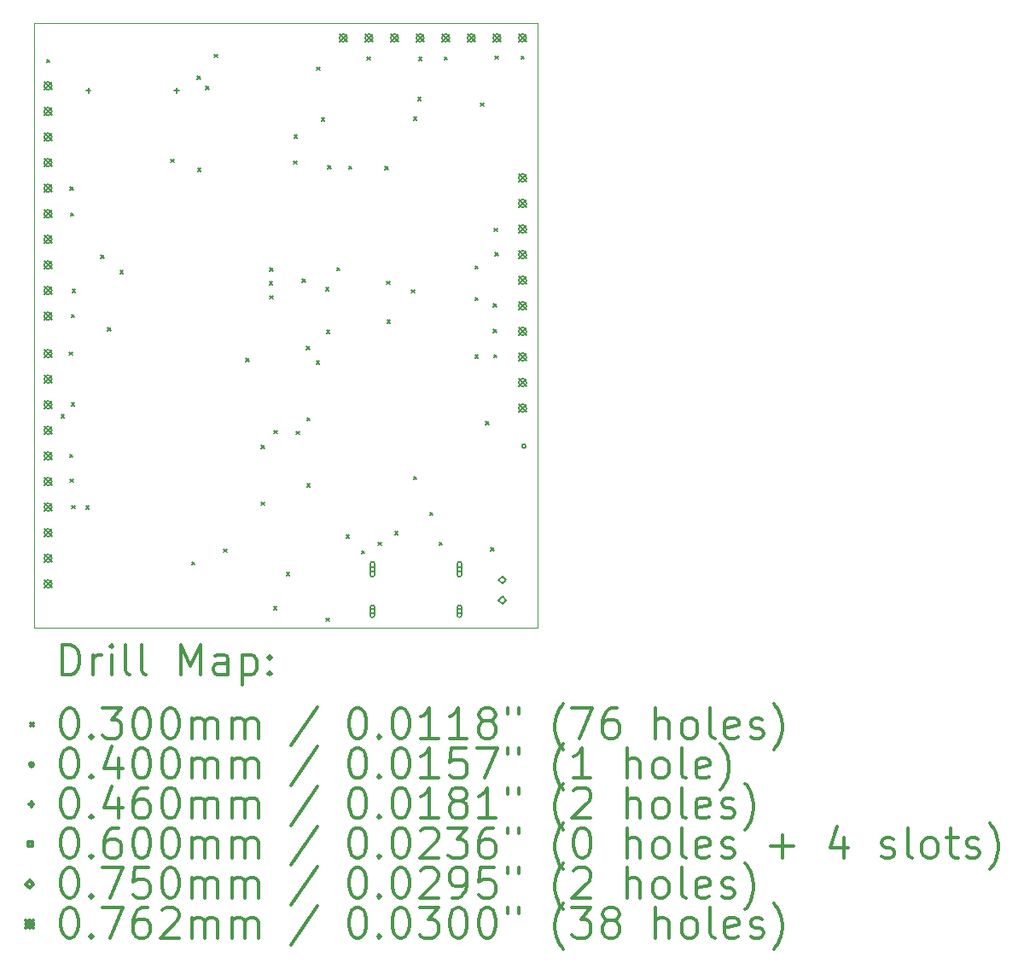
<source format=gbr>
%FSLAX45Y45*%
G04 Gerber Fmt 4.5, Leading zero omitted, Abs format (unit mm)*
G04 Created by KiCad (PCBNEW (5.1.10)-1) date 2021-10-24 18:32:05*
%MOMM*%
%LPD*%
G01*
G04 APERTURE LIST*
%TA.AperFunction,Profile*%
%ADD10C,0.038100*%
%TD*%
%ADD11C,0.200000*%
%ADD12C,0.300000*%
G04 APERTURE END LIST*
D10*
X11663400Y-13305760D02*
X11663400Y-7305760D01*
X16663400Y-13305760D02*
X11663400Y-13305760D01*
X16663400Y-7305760D02*
X16663400Y-13305760D01*
X11663400Y-7305760D02*
X16663400Y-7305760D01*
D11*
X11790920Y-7663420D02*
X11820920Y-7693420D01*
X11820920Y-7663420D02*
X11790920Y-7693420D01*
X11934000Y-11192000D02*
X11964000Y-11222000D01*
X11964000Y-11192000D02*
X11934000Y-11222000D01*
X12014440Y-10569180D02*
X12044440Y-10599180D01*
X12044440Y-10569180D02*
X12014440Y-10599180D01*
X12022060Y-11582640D02*
X12052060Y-11612640D01*
X12052060Y-11582640D02*
X12022060Y-11612640D01*
X12024600Y-8928340D02*
X12054600Y-8958340D01*
X12054600Y-8928340D02*
X12024600Y-8958340D01*
X12024600Y-11831560D02*
X12054600Y-11861560D01*
X12054600Y-11831560D02*
X12024600Y-11861560D01*
X12029680Y-9187420D02*
X12059680Y-9217420D01*
X12059680Y-9187420D02*
X12029680Y-9217420D01*
X12037300Y-10195800D02*
X12067300Y-10225800D01*
X12067300Y-10195800D02*
X12037300Y-10225800D01*
X12037300Y-11072100D02*
X12067300Y-11102100D01*
X12067300Y-11072100D02*
X12037300Y-11102100D01*
X12039840Y-12093180D02*
X12069840Y-12123180D01*
X12069840Y-12093180D02*
X12039840Y-12123180D01*
X12044920Y-9946880D02*
X12074920Y-9976880D01*
X12074920Y-9946880D02*
X12044920Y-9976880D01*
X12182080Y-12095720D02*
X12212080Y-12125720D01*
X12212080Y-12095720D02*
X12182080Y-12125720D01*
X12329400Y-9609060D02*
X12359400Y-9639060D01*
X12359400Y-9609060D02*
X12329400Y-9639060D01*
X12397980Y-10327880D02*
X12427980Y-10357880D01*
X12427980Y-10327880D02*
X12397980Y-10357880D01*
X12519900Y-9761460D02*
X12549900Y-9791460D01*
X12549900Y-9761460D02*
X12519900Y-9791460D01*
X13023000Y-8656000D02*
X13053000Y-8686000D01*
X13053000Y-8656000D02*
X13023000Y-8686000D01*
X13231100Y-12651980D02*
X13261100Y-12681980D01*
X13261100Y-12651980D02*
X13231100Y-12681980D01*
X13284440Y-7828520D02*
X13314440Y-7858520D01*
X13314440Y-7828520D02*
X13284440Y-7858520D01*
X13291000Y-8746000D02*
X13321000Y-8776000D01*
X13321000Y-8746000D02*
X13291000Y-8776000D01*
X13370800Y-7930120D02*
X13400800Y-7960120D01*
X13400800Y-7930120D02*
X13370800Y-7960120D01*
X13454620Y-7612620D02*
X13484620Y-7642620D01*
X13484620Y-7612620D02*
X13454620Y-7642620D01*
X13548600Y-12524980D02*
X13578600Y-12554980D01*
X13578600Y-12524980D02*
X13548600Y-12554980D01*
X13767040Y-10632680D02*
X13797040Y-10662680D01*
X13797040Y-10632680D02*
X13767040Y-10662680D01*
X13919000Y-11497000D02*
X13949000Y-11527000D01*
X13949000Y-11497000D02*
X13919000Y-11527000D01*
X13919440Y-12057620D02*
X13949440Y-12087620D01*
X13949440Y-12057620D02*
X13919440Y-12087620D01*
X14001000Y-9872000D02*
X14031000Y-9902000D01*
X14031000Y-9872000D02*
X14001000Y-9902000D01*
X14005000Y-9733000D02*
X14035000Y-9763000D01*
X14035000Y-9733000D02*
X14005000Y-9763000D01*
X14005000Y-10010000D02*
X14035000Y-10040000D01*
X14035000Y-10010000D02*
X14005000Y-10040000D01*
X14043900Y-13093940D02*
X14073900Y-13123940D01*
X14073900Y-13093940D02*
X14043900Y-13123940D01*
X14048980Y-11346420D02*
X14078980Y-11376420D01*
X14078980Y-11346420D02*
X14048980Y-11376420D01*
X14170900Y-12758660D02*
X14200900Y-12788660D01*
X14200900Y-12758660D02*
X14170900Y-12788660D01*
X14241000Y-8673000D02*
X14271000Y-8703000D01*
X14271000Y-8673000D02*
X14241000Y-8703000D01*
X14247000Y-8414000D02*
X14277000Y-8444000D01*
X14277000Y-8414000D02*
X14247000Y-8444000D01*
X14269960Y-11354040D02*
X14299960Y-11384040D01*
X14299960Y-11354040D02*
X14269960Y-11384040D01*
X14328380Y-9842740D02*
X14358380Y-9872740D01*
X14358380Y-9842740D02*
X14328380Y-9872740D01*
X14371560Y-10513300D02*
X14401560Y-10543300D01*
X14401560Y-10513300D02*
X14371560Y-10543300D01*
X14373000Y-11221000D02*
X14403000Y-11251000D01*
X14403000Y-11221000D02*
X14373000Y-11251000D01*
X14374000Y-11878000D02*
X14404000Y-11908000D01*
X14404000Y-11878000D02*
X14374000Y-11908000D01*
X14468080Y-10658080D02*
X14498080Y-10688080D01*
X14498080Y-10658080D02*
X14468080Y-10688080D01*
X14470620Y-7742160D02*
X14500620Y-7772160D01*
X14500620Y-7742160D02*
X14470620Y-7772160D01*
X14516340Y-8242540D02*
X14546340Y-8272540D01*
X14546340Y-8242540D02*
X14516340Y-8272540D01*
X14562060Y-9929100D02*
X14592060Y-9959100D01*
X14592060Y-9929100D02*
X14562060Y-9959100D01*
X14564600Y-13210780D02*
X14594600Y-13240780D01*
X14594600Y-13210780D02*
X14564600Y-13240780D01*
X14569680Y-10353280D02*
X14599680Y-10383280D01*
X14599680Y-10353280D02*
X14569680Y-10383280D01*
X14579840Y-8717520D02*
X14609840Y-8747520D01*
X14609840Y-8717520D02*
X14579840Y-8747520D01*
X14668740Y-9728440D02*
X14698740Y-9758440D01*
X14698740Y-9728440D02*
X14668740Y-9758440D01*
X14762720Y-12385280D02*
X14792720Y-12415280D01*
X14792720Y-12385280D02*
X14762720Y-12415280D01*
X14788120Y-8722600D02*
X14818120Y-8752600D01*
X14818120Y-8722600D02*
X14788120Y-8752600D01*
X14916000Y-12540000D02*
X14946000Y-12570000D01*
X14946000Y-12540000D02*
X14916000Y-12570000D01*
X14971000Y-7638020D02*
X15001000Y-7668020D01*
X15001000Y-7638020D02*
X14971000Y-7668020D01*
X15079000Y-12456000D02*
X15109000Y-12486000D01*
X15109000Y-12456000D02*
X15079000Y-12486000D01*
X15148800Y-8725140D02*
X15178800Y-8755140D01*
X15178800Y-8725140D02*
X15148800Y-8755140D01*
X15166580Y-9865600D02*
X15196580Y-9895600D01*
X15196580Y-9865600D02*
X15166580Y-9895600D01*
X15169120Y-10251680D02*
X15199120Y-10281680D01*
X15199120Y-10251680D02*
X15169120Y-10281680D01*
X15245320Y-12352260D02*
X15275320Y-12382260D01*
X15275320Y-12352260D02*
X15245320Y-12382260D01*
X15410420Y-9951960D02*
X15440420Y-9981960D01*
X15440420Y-9951960D02*
X15410420Y-9981960D01*
X15430740Y-8237460D02*
X15460740Y-8267460D01*
X15460740Y-8237460D02*
X15430740Y-8267460D01*
X15430740Y-11803620D02*
X15460740Y-11833620D01*
X15460740Y-11803620D02*
X15430740Y-11833620D01*
X15476460Y-8041880D02*
X15506460Y-8071880D01*
X15506460Y-8041880D02*
X15476460Y-8071880D01*
X15481540Y-7643100D02*
X15511540Y-7673100D01*
X15511540Y-7643100D02*
X15481540Y-7673100D01*
X15593300Y-12161760D02*
X15623300Y-12191760D01*
X15623300Y-12161760D02*
X15593300Y-12191760D01*
X15684740Y-12456400D02*
X15714740Y-12486400D01*
X15714740Y-12456400D02*
X15684740Y-12486400D01*
X15738080Y-7640560D02*
X15768080Y-7670560D01*
X15768080Y-7640560D02*
X15738080Y-7670560D01*
X16042880Y-9713200D02*
X16072880Y-9743200D01*
X16072880Y-9713200D02*
X16042880Y-9743200D01*
X16042880Y-10028160D02*
X16072880Y-10058160D01*
X16072880Y-10028160D02*
X16042880Y-10058160D01*
X16042880Y-10599660D02*
X16072880Y-10629660D01*
X16072880Y-10599660D02*
X16042880Y-10629660D01*
X16096220Y-8095220D02*
X16126220Y-8125220D01*
X16126220Y-8095220D02*
X16096220Y-8125220D01*
X16149560Y-11260060D02*
X16179560Y-11290060D01*
X16179560Y-11260060D02*
X16149560Y-11290060D01*
X16200360Y-12512280D02*
X16230360Y-12542280D01*
X16230360Y-12512280D02*
X16200360Y-12542280D01*
X16223220Y-10091660D02*
X16253220Y-10121660D01*
X16253220Y-10091660D02*
X16223220Y-10121660D01*
X16225760Y-10345660D02*
X16255760Y-10375660D01*
X16255760Y-10345660D02*
X16225760Y-10375660D01*
X16228300Y-10594580D02*
X16258300Y-10624580D01*
X16258300Y-10594580D02*
X16228300Y-10624580D01*
X16233380Y-9339820D02*
X16263380Y-9369820D01*
X16263380Y-9339820D02*
X16233380Y-9369820D01*
X16241000Y-7630400D02*
X16271000Y-7660400D01*
X16271000Y-7630400D02*
X16241000Y-7660400D01*
X16241000Y-9581120D02*
X16271000Y-9611120D01*
X16271000Y-9581120D02*
X16241000Y-9611120D01*
X16497540Y-7630400D02*
X16527540Y-7660400D01*
X16527540Y-7630400D02*
X16497540Y-7660400D01*
X16545240Y-11503660D02*
G75*
G03*
X16545240Y-11503660I-20000J0D01*
G01*
X12206120Y-7949340D02*
X12206120Y-7995340D01*
X12183120Y-7972340D02*
X12229120Y-7972340D01*
X13082120Y-7949340D02*
X13082120Y-7995340D01*
X13059120Y-7972340D02*
X13105120Y-7972340D01*
X15044213Y-12745713D02*
X15044213Y-12703287D01*
X15001787Y-12703287D01*
X15001787Y-12745713D01*
X15044213Y-12745713D01*
X15003000Y-12669500D02*
X15003000Y-12779500D01*
X15043000Y-12669500D02*
X15043000Y-12779500D01*
X15003000Y-12779500D02*
G75*
G03*
X15043000Y-12779500I20000J0D01*
G01*
X15043000Y-12669500D02*
G75*
G03*
X15003000Y-12669500I-20000J0D01*
G01*
X15044213Y-13163713D02*
X15044213Y-13121287D01*
X15001787Y-13121287D01*
X15001787Y-13163713D01*
X15044213Y-13163713D01*
X15003000Y-13102500D02*
X15003000Y-13182500D01*
X15043000Y-13102500D02*
X15043000Y-13182500D01*
X15003000Y-13182500D02*
G75*
G03*
X15043000Y-13182500I20000J0D01*
G01*
X15043000Y-13102500D02*
G75*
G03*
X15003000Y-13102500I-20000J0D01*
G01*
X15908213Y-12745713D02*
X15908213Y-12703287D01*
X15865787Y-12703287D01*
X15865787Y-12745713D01*
X15908213Y-12745713D01*
X15867000Y-12669500D02*
X15867000Y-12779500D01*
X15907000Y-12669500D02*
X15907000Y-12779500D01*
X15867000Y-12779500D02*
G75*
G03*
X15907000Y-12779500I20000J0D01*
G01*
X15907000Y-12669500D02*
G75*
G03*
X15867000Y-12669500I-20000J0D01*
G01*
X15908213Y-13163713D02*
X15908213Y-13121287D01*
X15865787Y-13121287D01*
X15865787Y-13163713D01*
X15908213Y-13163713D01*
X15867000Y-13102500D02*
X15867000Y-13182500D01*
X15907000Y-13102500D02*
X15907000Y-13182500D01*
X15867000Y-13182500D02*
G75*
G03*
X15907000Y-13182500I20000J0D01*
G01*
X15907000Y-13102500D02*
G75*
G03*
X15867000Y-13102500I-20000J0D01*
G01*
X16313400Y-12868260D02*
X16350900Y-12830760D01*
X16313400Y-12793260D01*
X16275900Y-12830760D01*
X16313400Y-12868260D01*
X16313400Y-13068260D02*
X16350900Y-13030760D01*
X16313400Y-12993260D01*
X16275900Y-13030760D01*
X16313400Y-13068260D01*
X11765280Y-7888700D02*
X11841480Y-7964900D01*
X11841480Y-7888700D02*
X11765280Y-7964900D01*
X11841480Y-7926800D02*
G75*
G03*
X11841480Y-7926800I-38100J0D01*
G01*
X11765280Y-8142700D02*
X11841480Y-8218900D01*
X11841480Y-8142700D02*
X11765280Y-8218900D01*
X11841480Y-8180800D02*
G75*
G03*
X11841480Y-8180800I-38100J0D01*
G01*
X11765280Y-8396700D02*
X11841480Y-8472900D01*
X11841480Y-8396700D02*
X11765280Y-8472900D01*
X11841480Y-8434800D02*
G75*
G03*
X11841480Y-8434800I-38100J0D01*
G01*
X11765280Y-8650700D02*
X11841480Y-8726900D01*
X11841480Y-8650700D02*
X11765280Y-8726900D01*
X11841480Y-8688800D02*
G75*
G03*
X11841480Y-8688800I-38100J0D01*
G01*
X11765280Y-8904700D02*
X11841480Y-8980900D01*
X11841480Y-8904700D02*
X11765280Y-8980900D01*
X11841480Y-8942800D02*
G75*
G03*
X11841480Y-8942800I-38100J0D01*
G01*
X11765280Y-9158700D02*
X11841480Y-9234900D01*
X11841480Y-9158700D02*
X11765280Y-9234900D01*
X11841480Y-9196800D02*
G75*
G03*
X11841480Y-9196800I-38100J0D01*
G01*
X11765280Y-9412700D02*
X11841480Y-9488900D01*
X11841480Y-9412700D02*
X11765280Y-9488900D01*
X11841480Y-9450800D02*
G75*
G03*
X11841480Y-9450800I-38100J0D01*
G01*
X11765280Y-9666700D02*
X11841480Y-9742900D01*
X11841480Y-9666700D02*
X11765280Y-9742900D01*
X11841480Y-9704800D02*
G75*
G03*
X11841480Y-9704800I-38100J0D01*
G01*
X11765280Y-9920700D02*
X11841480Y-9996900D01*
X11841480Y-9920700D02*
X11765280Y-9996900D01*
X11841480Y-9958800D02*
G75*
G03*
X11841480Y-9958800I-38100J0D01*
G01*
X11765280Y-10174700D02*
X11841480Y-10250900D01*
X11841480Y-10174700D02*
X11765280Y-10250900D01*
X11841480Y-10212800D02*
G75*
G03*
X11841480Y-10212800I-38100J0D01*
G01*
X11766220Y-10545540D02*
X11842420Y-10621740D01*
X11842420Y-10545540D02*
X11766220Y-10621740D01*
X11842420Y-10583640D02*
G75*
G03*
X11842420Y-10583640I-38100J0D01*
G01*
X11766220Y-10799540D02*
X11842420Y-10875740D01*
X11842420Y-10799540D02*
X11766220Y-10875740D01*
X11842420Y-10837640D02*
G75*
G03*
X11842420Y-10837640I-38100J0D01*
G01*
X11766220Y-11053540D02*
X11842420Y-11129740D01*
X11842420Y-11053540D02*
X11766220Y-11129740D01*
X11842420Y-11091640D02*
G75*
G03*
X11842420Y-11091640I-38100J0D01*
G01*
X11766220Y-11307540D02*
X11842420Y-11383740D01*
X11842420Y-11307540D02*
X11766220Y-11383740D01*
X11842420Y-11345640D02*
G75*
G03*
X11842420Y-11345640I-38100J0D01*
G01*
X11766220Y-11561540D02*
X11842420Y-11637740D01*
X11842420Y-11561540D02*
X11766220Y-11637740D01*
X11842420Y-11599640D02*
G75*
G03*
X11842420Y-11599640I-38100J0D01*
G01*
X11766220Y-11815540D02*
X11842420Y-11891740D01*
X11842420Y-11815540D02*
X11766220Y-11891740D01*
X11842420Y-11853640D02*
G75*
G03*
X11842420Y-11853640I-38100J0D01*
G01*
X11766220Y-12069540D02*
X11842420Y-12145740D01*
X11842420Y-12069540D02*
X11766220Y-12145740D01*
X11842420Y-12107640D02*
G75*
G03*
X11842420Y-12107640I-38100J0D01*
G01*
X11766220Y-12323540D02*
X11842420Y-12399740D01*
X11842420Y-12323540D02*
X11766220Y-12399740D01*
X11842420Y-12361640D02*
G75*
G03*
X11842420Y-12361640I-38100J0D01*
G01*
X11766220Y-12577540D02*
X11842420Y-12653740D01*
X11842420Y-12577540D02*
X11766220Y-12653740D01*
X11842420Y-12615640D02*
G75*
G03*
X11842420Y-12615640I-38100J0D01*
G01*
X11766220Y-12831540D02*
X11842420Y-12907740D01*
X11842420Y-12831540D02*
X11766220Y-12907740D01*
X11842420Y-12869640D02*
G75*
G03*
X11842420Y-12869640I-38100J0D01*
G01*
X14695900Y-7411720D02*
X14772100Y-7487920D01*
X14772100Y-7411720D02*
X14695900Y-7487920D01*
X14772100Y-7449820D02*
G75*
G03*
X14772100Y-7449820I-38100J0D01*
G01*
X14949900Y-7411720D02*
X15026100Y-7487920D01*
X15026100Y-7411720D02*
X14949900Y-7487920D01*
X15026100Y-7449820D02*
G75*
G03*
X15026100Y-7449820I-38100J0D01*
G01*
X15203900Y-7411720D02*
X15280100Y-7487920D01*
X15280100Y-7411720D02*
X15203900Y-7487920D01*
X15280100Y-7449820D02*
G75*
G03*
X15280100Y-7449820I-38100J0D01*
G01*
X15457900Y-7411720D02*
X15534100Y-7487920D01*
X15534100Y-7411720D02*
X15457900Y-7487920D01*
X15534100Y-7449820D02*
G75*
G03*
X15534100Y-7449820I-38100J0D01*
G01*
X15711900Y-7411720D02*
X15788100Y-7487920D01*
X15788100Y-7411720D02*
X15711900Y-7487920D01*
X15788100Y-7449820D02*
G75*
G03*
X15788100Y-7449820I-38100J0D01*
G01*
X15965900Y-7411720D02*
X16042100Y-7487920D01*
X16042100Y-7411720D02*
X15965900Y-7487920D01*
X16042100Y-7449820D02*
G75*
G03*
X16042100Y-7449820I-38100J0D01*
G01*
X16219900Y-7411720D02*
X16296100Y-7487920D01*
X16296100Y-7411720D02*
X16219900Y-7487920D01*
X16296100Y-7449820D02*
G75*
G03*
X16296100Y-7449820I-38100J0D01*
G01*
X16473900Y-7411720D02*
X16550100Y-7487920D01*
X16550100Y-7411720D02*
X16473900Y-7487920D01*
X16550100Y-7449820D02*
G75*
G03*
X16550100Y-7449820I-38100J0D01*
G01*
X16475300Y-8801660D02*
X16551500Y-8877860D01*
X16551500Y-8801660D02*
X16475300Y-8877860D01*
X16551500Y-8839760D02*
G75*
G03*
X16551500Y-8839760I-38100J0D01*
G01*
X16475300Y-9055660D02*
X16551500Y-9131860D01*
X16551500Y-9055660D02*
X16475300Y-9131860D01*
X16551500Y-9093760D02*
G75*
G03*
X16551500Y-9093760I-38100J0D01*
G01*
X16475300Y-9309660D02*
X16551500Y-9385860D01*
X16551500Y-9309660D02*
X16475300Y-9385860D01*
X16551500Y-9347760D02*
G75*
G03*
X16551500Y-9347760I-38100J0D01*
G01*
X16475300Y-9563660D02*
X16551500Y-9639860D01*
X16551500Y-9563660D02*
X16475300Y-9639860D01*
X16551500Y-9601760D02*
G75*
G03*
X16551500Y-9601760I-38100J0D01*
G01*
X16475300Y-9817660D02*
X16551500Y-9893860D01*
X16551500Y-9817660D02*
X16475300Y-9893860D01*
X16551500Y-9855760D02*
G75*
G03*
X16551500Y-9855760I-38100J0D01*
G01*
X16475300Y-10071660D02*
X16551500Y-10147860D01*
X16551500Y-10071660D02*
X16475300Y-10147860D01*
X16551500Y-10109760D02*
G75*
G03*
X16551500Y-10109760I-38100J0D01*
G01*
X16475300Y-10325660D02*
X16551500Y-10401860D01*
X16551500Y-10325660D02*
X16475300Y-10401860D01*
X16551500Y-10363760D02*
G75*
G03*
X16551500Y-10363760I-38100J0D01*
G01*
X16475300Y-10579660D02*
X16551500Y-10655860D01*
X16551500Y-10579660D02*
X16475300Y-10655860D01*
X16551500Y-10617760D02*
G75*
G03*
X16551500Y-10617760I-38100J0D01*
G01*
X16475300Y-10833660D02*
X16551500Y-10909860D01*
X16551500Y-10833660D02*
X16475300Y-10909860D01*
X16551500Y-10871760D02*
G75*
G03*
X16551500Y-10871760I-38100J0D01*
G01*
X16475300Y-11087660D02*
X16551500Y-11163860D01*
X16551500Y-11087660D02*
X16475300Y-11163860D01*
X16551500Y-11125760D02*
G75*
G03*
X16551500Y-11125760I-38100J0D01*
G01*
D12*
X11947923Y-13773379D02*
X11947923Y-13473379D01*
X12019352Y-13473379D01*
X12062209Y-13487665D01*
X12090781Y-13516236D01*
X12105066Y-13544808D01*
X12119352Y-13601951D01*
X12119352Y-13644808D01*
X12105066Y-13701951D01*
X12090781Y-13730522D01*
X12062209Y-13759094D01*
X12019352Y-13773379D01*
X11947923Y-13773379D01*
X12247923Y-13773379D02*
X12247923Y-13573379D01*
X12247923Y-13630522D02*
X12262209Y-13601951D01*
X12276495Y-13587665D01*
X12305066Y-13573379D01*
X12333638Y-13573379D01*
X12433638Y-13773379D02*
X12433638Y-13573379D01*
X12433638Y-13473379D02*
X12419352Y-13487665D01*
X12433638Y-13501951D01*
X12447923Y-13487665D01*
X12433638Y-13473379D01*
X12433638Y-13501951D01*
X12619352Y-13773379D02*
X12590781Y-13759094D01*
X12576495Y-13730522D01*
X12576495Y-13473379D01*
X12776495Y-13773379D02*
X12747923Y-13759094D01*
X12733638Y-13730522D01*
X12733638Y-13473379D01*
X13119352Y-13773379D02*
X13119352Y-13473379D01*
X13219352Y-13687665D01*
X13319352Y-13473379D01*
X13319352Y-13773379D01*
X13590781Y-13773379D02*
X13590781Y-13616236D01*
X13576495Y-13587665D01*
X13547923Y-13573379D01*
X13490781Y-13573379D01*
X13462209Y-13587665D01*
X13590781Y-13759094D02*
X13562209Y-13773379D01*
X13490781Y-13773379D01*
X13462209Y-13759094D01*
X13447923Y-13730522D01*
X13447923Y-13701951D01*
X13462209Y-13673379D01*
X13490781Y-13659094D01*
X13562209Y-13659094D01*
X13590781Y-13644808D01*
X13733638Y-13573379D02*
X13733638Y-13873379D01*
X13733638Y-13587665D02*
X13762209Y-13573379D01*
X13819352Y-13573379D01*
X13847923Y-13587665D01*
X13862209Y-13601951D01*
X13876495Y-13630522D01*
X13876495Y-13716236D01*
X13862209Y-13744808D01*
X13847923Y-13759094D01*
X13819352Y-13773379D01*
X13762209Y-13773379D01*
X13733638Y-13759094D01*
X14005066Y-13744808D02*
X14019352Y-13759094D01*
X14005066Y-13773379D01*
X13990781Y-13759094D01*
X14005066Y-13744808D01*
X14005066Y-13773379D01*
X14005066Y-13587665D02*
X14019352Y-13601951D01*
X14005066Y-13616236D01*
X13990781Y-13601951D01*
X14005066Y-13587665D01*
X14005066Y-13616236D01*
X11631495Y-14252665D02*
X11661495Y-14282665D01*
X11661495Y-14252665D02*
X11631495Y-14282665D01*
X12005066Y-14103379D02*
X12033638Y-14103379D01*
X12062209Y-14117665D01*
X12076495Y-14131951D01*
X12090781Y-14160522D01*
X12105066Y-14217665D01*
X12105066Y-14289094D01*
X12090781Y-14346236D01*
X12076495Y-14374808D01*
X12062209Y-14389094D01*
X12033638Y-14403379D01*
X12005066Y-14403379D01*
X11976495Y-14389094D01*
X11962209Y-14374808D01*
X11947923Y-14346236D01*
X11933638Y-14289094D01*
X11933638Y-14217665D01*
X11947923Y-14160522D01*
X11962209Y-14131951D01*
X11976495Y-14117665D01*
X12005066Y-14103379D01*
X12233638Y-14374808D02*
X12247923Y-14389094D01*
X12233638Y-14403379D01*
X12219352Y-14389094D01*
X12233638Y-14374808D01*
X12233638Y-14403379D01*
X12347923Y-14103379D02*
X12533638Y-14103379D01*
X12433638Y-14217665D01*
X12476495Y-14217665D01*
X12505066Y-14231951D01*
X12519352Y-14246236D01*
X12533638Y-14274808D01*
X12533638Y-14346236D01*
X12519352Y-14374808D01*
X12505066Y-14389094D01*
X12476495Y-14403379D01*
X12390781Y-14403379D01*
X12362209Y-14389094D01*
X12347923Y-14374808D01*
X12719352Y-14103379D02*
X12747923Y-14103379D01*
X12776495Y-14117665D01*
X12790781Y-14131951D01*
X12805066Y-14160522D01*
X12819352Y-14217665D01*
X12819352Y-14289094D01*
X12805066Y-14346236D01*
X12790781Y-14374808D01*
X12776495Y-14389094D01*
X12747923Y-14403379D01*
X12719352Y-14403379D01*
X12690781Y-14389094D01*
X12676495Y-14374808D01*
X12662209Y-14346236D01*
X12647923Y-14289094D01*
X12647923Y-14217665D01*
X12662209Y-14160522D01*
X12676495Y-14131951D01*
X12690781Y-14117665D01*
X12719352Y-14103379D01*
X13005066Y-14103379D02*
X13033638Y-14103379D01*
X13062209Y-14117665D01*
X13076495Y-14131951D01*
X13090781Y-14160522D01*
X13105066Y-14217665D01*
X13105066Y-14289094D01*
X13090781Y-14346236D01*
X13076495Y-14374808D01*
X13062209Y-14389094D01*
X13033638Y-14403379D01*
X13005066Y-14403379D01*
X12976495Y-14389094D01*
X12962209Y-14374808D01*
X12947923Y-14346236D01*
X12933638Y-14289094D01*
X12933638Y-14217665D01*
X12947923Y-14160522D01*
X12962209Y-14131951D01*
X12976495Y-14117665D01*
X13005066Y-14103379D01*
X13233638Y-14403379D02*
X13233638Y-14203379D01*
X13233638Y-14231951D02*
X13247923Y-14217665D01*
X13276495Y-14203379D01*
X13319352Y-14203379D01*
X13347923Y-14217665D01*
X13362209Y-14246236D01*
X13362209Y-14403379D01*
X13362209Y-14246236D02*
X13376495Y-14217665D01*
X13405066Y-14203379D01*
X13447923Y-14203379D01*
X13476495Y-14217665D01*
X13490781Y-14246236D01*
X13490781Y-14403379D01*
X13633638Y-14403379D02*
X13633638Y-14203379D01*
X13633638Y-14231951D02*
X13647923Y-14217665D01*
X13676495Y-14203379D01*
X13719352Y-14203379D01*
X13747923Y-14217665D01*
X13762209Y-14246236D01*
X13762209Y-14403379D01*
X13762209Y-14246236D02*
X13776495Y-14217665D01*
X13805066Y-14203379D01*
X13847923Y-14203379D01*
X13876495Y-14217665D01*
X13890781Y-14246236D01*
X13890781Y-14403379D01*
X14476495Y-14089094D02*
X14219352Y-14474808D01*
X14862209Y-14103379D02*
X14890781Y-14103379D01*
X14919352Y-14117665D01*
X14933638Y-14131951D01*
X14947923Y-14160522D01*
X14962209Y-14217665D01*
X14962209Y-14289094D01*
X14947923Y-14346236D01*
X14933638Y-14374808D01*
X14919352Y-14389094D01*
X14890781Y-14403379D01*
X14862209Y-14403379D01*
X14833638Y-14389094D01*
X14819352Y-14374808D01*
X14805066Y-14346236D01*
X14790781Y-14289094D01*
X14790781Y-14217665D01*
X14805066Y-14160522D01*
X14819352Y-14131951D01*
X14833638Y-14117665D01*
X14862209Y-14103379D01*
X15090781Y-14374808D02*
X15105066Y-14389094D01*
X15090781Y-14403379D01*
X15076495Y-14389094D01*
X15090781Y-14374808D01*
X15090781Y-14403379D01*
X15290781Y-14103379D02*
X15319352Y-14103379D01*
X15347923Y-14117665D01*
X15362209Y-14131951D01*
X15376495Y-14160522D01*
X15390781Y-14217665D01*
X15390781Y-14289094D01*
X15376495Y-14346236D01*
X15362209Y-14374808D01*
X15347923Y-14389094D01*
X15319352Y-14403379D01*
X15290781Y-14403379D01*
X15262209Y-14389094D01*
X15247923Y-14374808D01*
X15233638Y-14346236D01*
X15219352Y-14289094D01*
X15219352Y-14217665D01*
X15233638Y-14160522D01*
X15247923Y-14131951D01*
X15262209Y-14117665D01*
X15290781Y-14103379D01*
X15676495Y-14403379D02*
X15505066Y-14403379D01*
X15590781Y-14403379D02*
X15590781Y-14103379D01*
X15562209Y-14146236D01*
X15533638Y-14174808D01*
X15505066Y-14189094D01*
X15962209Y-14403379D02*
X15790781Y-14403379D01*
X15876495Y-14403379D02*
X15876495Y-14103379D01*
X15847923Y-14146236D01*
X15819352Y-14174808D01*
X15790781Y-14189094D01*
X16133638Y-14231951D02*
X16105066Y-14217665D01*
X16090781Y-14203379D01*
X16076495Y-14174808D01*
X16076495Y-14160522D01*
X16090781Y-14131951D01*
X16105066Y-14117665D01*
X16133638Y-14103379D01*
X16190781Y-14103379D01*
X16219352Y-14117665D01*
X16233638Y-14131951D01*
X16247923Y-14160522D01*
X16247923Y-14174808D01*
X16233638Y-14203379D01*
X16219352Y-14217665D01*
X16190781Y-14231951D01*
X16133638Y-14231951D01*
X16105066Y-14246236D01*
X16090781Y-14260522D01*
X16076495Y-14289094D01*
X16076495Y-14346236D01*
X16090781Y-14374808D01*
X16105066Y-14389094D01*
X16133638Y-14403379D01*
X16190781Y-14403379D01*
X16219352Y-14389094D01*
X16233638Y-14374808D01*
X16247923Y-14346236D01*
X16247923Y-14289094D01*
X16233638Y-14260522D01*
X16219352Y-14246236D01*
X16190781Y-14231951D01*
X16362209Y-14103379D02*
X16362209Y-14160522D01*
X16476495Y-14103379D02*
X16476495Y-14160522D01*
X16919352Y-14517665D02*
X16905066Y-14503379D01*
X16876495Y-14460522D01*
X16862209Y-14431951D01*
X16847923Y-14389094D01*
X16833638Y-14317665D01*
X16833638Y-14260522D01*
X16847923Y-14189094D01*
X16862209Y-14146236D01*
X16876495Y-14117665D01*
X16905066Y-14074808D01*
X16919352Y-14060522D01*
X17005066Y-14103379D02*
X17205066Y-14103379D01*
X17076495Y-14403379D01*
X17447923Y-14103379D02*
X17390781Y-14103379D01*
X17362209Y-14117665D01*
X17347923Y-14131951D01*
X17319352Y-14174808D01*
X17305066Y-14231951D01*
X17305066Y-14346236D01*
X17319352Y-14374808D01*
X17333638Y-14389094D01*
X17362209Y-14403379D01*
X17419352Y-14403379D01*
X17447923Y-14389094D01*
X17462209Y-14374808D01*
X17476495Y-14346236D01*
X17476495Y-14274808D01*
X17462209Y-14246236D01*
X17447923Y-14231951D01*
X17419352Y-14217665D01*
X17362209Y-14217665D01*
X17333638Y-14231951D01*
X17319352Y-14246236D01*
X17305066Y-14274808D01*
X17833638Y-14403379D02*
X17833638Y-14103379D01*
X17962209Y-14403379D02*
X17962209Y-14246236D01*
X17947923Y-14217665D01*
X17919352Y-14203379D01*
X17876495Y-14203379D01*
X17847923Y-14217665D01*
X17833638Y-14231951D01*
X18147923Y-14403379D02*
X18119352Y-14389094D01*
X18105066Y-14374808D01*
X18090781Y-14346236D01*
X18090781Y-14260522D01*
X18105066Y-14231951D01*
X18119352Y-14217665D01*
X18147923Y-14203379D01*
X18190781Y-14203379D01*
X18219352Y-14217665D01*
X18233638Y-14231951D01*
X18247923Y-14260522D01*
X18247923Y-14346236D01*
X18233638Y-14374808D01*
X18219352Y-14389094D01*
X18190781Y-14403379D01*
X18147923Y-14403379D01*
X18419352Y-14403379D02*
X18390781Y-14389094D01*
X18376495Y-14360522D01*
X18376495Y-14103379D01*
X18647923Y-14389094D02*
X18619352Y-14403379D01*
X18562209Y-14403379D01*
X18533638Y-14389094D01*
X18519352Y-14360522D01*
X18519352Y-14246236D01*
X18533638Y-14217665D01*
X18562209Y-14203379D01*
X18619352Y-14203379D01*
X18647923Y-14217665D01*
X18662209Y-14246236D01*
X18662209Y-14274808D01*
X18519352Y-14303379D01*
X18776495Y-14389094D02*
X18805066Y-14403379D01*
X18862209Y-14403379D01*
X18890781Y-14389094D01*
X18905066Y-14360522D01*
X18905066Y-14346236D01*
X18890781Y-14317665D01*
X18862209Y-14303379D01*
X18819352Y-14303379D01*
X18790781Y-14289094D01*
X18776495Y-14260522D01*
X18776495Y-14246236D01*
X18790781Y-14217665D01*
X18819352Y-14203379D01*
X18862209Y-14203379D01*
X18890781Y-14217665D01*
X19005066Y-14517665D02*
X19019352Y-14503379D01*
X19047923Y-14460522D01*
X19062209Y-14431951D01*
X19076495Y-14389094D01*
X19090781Y-14317665D01*
X19090781Y-14260522D01*
X19076495Y-14189094D01*
X19062209Y-14146236D01*
X19047923Y-14117665D01*
X19019352Y-14074808D01*
X19005066Y-14060522D01*
X11661495Y-14663665D02*
G75*
G03*
X11661495Y-14663665I-20000J0D01*
G01*
X12005066Y-14499379D02*
X12033638Y-14499379D01*
X12062209Y-14513665D01*
X12076495Y-14527951D01*
X12090781Y-14556522D01*
X12105066Y-14613665D01*
X12105066Y-14685094D01*
X12090781Y-14742236D01*
X12076495Y-14770808D01*
X12062209Y-14785094D01*
X12033638Y-14799379D01*
X12005066Y-14799379D01*
X11976495Y-14785094D01*
X11962209Y-14770808D01*
X11947923Y-14742236D01*
X11933638Y-14685094D01*
X11933638Y-14613665D01*
X11947923Y-14556522D01*
X11962209Y-14527951D01*
X11976495Y-14513665D01*
X12005066Y-14499379D01*
X12233638Y-14770808D02*
X12247923Y-14785094D01*
X12233638Y-14799379D01*
X12219352Y-14785094D01*
X12233638Y-14770808D01*
X12233638Y-14799379D01*
X12505066Y-14599379D02*
X12505066Y-14799379D01*
X12433638Y-14485094D02*
X12362209Y-14699379D01*
X12547923Y-14699379D01*
X12719352Y-14499379D02*
X12747923Y-14499379D01*
X12776495Y-14513665D01*
X12790781Y-14527951D01*
X12805066Y-14556522D01*
X12819352Y-14613665D01*
X12819352Y-14685094D01*
X12805066Y-14742236D01*
X12790781Y-14770808D01*
X12776495Y-14785094D01*
X12747923Y-14799379D01*
X12719352Y-14799379D01*
X12690781Y-14785094D01*
X12676495Y-14770808D01*
X12662209Y-14742236D01*
X12647923Y-14685094D01*
X12647923Y-14613665D01*
X12662209Y-14556522D01*
X12676495Y-14527951D01*
X12690781Y-14513665D01*
X12719352Y-14499379D01*
X13005066Y-14499379D02*
X13033638Y-14499379D01*
X13062209Y-14513665D01*
X13076495Y-14527951D01*
X13090781Y-14556522D01*
X13105066Y-14613665D01*
X13105066Y-14685094D01*
X13090781Y-14742236D01*
X13076495Y-14770808D01*
X13062209Y-14785094D01*
X13033638Y-14799379D01*
X13005066Y-14799379D01*
X12976495Y-14785094D01*
X12962209Y-14770808D01*
X12947923Y-14742236D01*
X12933638Y-14685094D01*
X12933638Y-14613665D01*
X12947923Y-14556522D01*
X12962209Y-14527951D01*
X12976495Y-14513665D01*
X13005066Y-14499379D01*
X13233638Y-14799379D02*
X13233638Y-14599379D01*
X13233638Y-14627951D02*
X13247923Y-14613665D01*
X13276495Y-14599379D01*
X13319352Y-14599379D01*
X13347923Y-14613665D01*
X13362209Y-14642236D01*
X13362209Y-14799379D01*
X13362209Y-14642236D02*
X13376495Y-14613665D01*
X13405066Y-14599379D01*
X13447923Y-14599379D01*
X13476495Y-14613665D01*
X13490781Y-14642236D01*
X13490781Y-14799379D01*
X13633638Y-14799379D02*
X13633638Y-14599379D01*
X13633638Y-14627951D02*
X13647923Y-14613665D01*
X13676495Y-14599379D01*
X13719352Y-14599379D01*
X13747923Y-14613665D01*
X13762209Y-14642236D01*
X13762209Y-14799379D01*
X13762209Y-14642236D02*
X13776495Y-14613665D01*
X13805066Y-14599379D01*
X13847923Y-14599379D01*
X13876495Y-14613665D01*
X13890781Y-14642236D01*
X13890781Y-14799379D01*
X14476495Y-14485094D02*
X14219352Y-14870808D01*
X14862209Y-14499379D02*
X14890781Y-14499379D01*
X14919352Y-14513665D01*
X14933638Y-14527951D01*
X14947923Y-14556522D01*
X14962209Y-14613665D01*
X14962209Y-14685094D01*
X14947923Y-14742236D01*
X14933638Y-14770808D01*
X14919352Y-14785094D01*
X14890781Y-14799379D01*
X14862209Y-14799379D01*
X14833638Y-14785094D01*
X14819352Y-14770808D01*
X14805066Y-14742236D01*
X14790781Y-14685094D01*
X14790781Y-14613665D01*
X14805066Y-14556522D01*
X14819352Y-14527951D01*
X14833638Y-14513665D01*
X14862209Y-14499379D01*
X15090781Y-14770808D02*
X15105066Y-14785094D01*
X15090781Y-14799379D01*
X15076495Y-14785094D01*
X15090781Y-14770808D01*
X15090781Y-14799379D01*
X15290781Y-14499379D02*
X15319352Y-14499379D01*
X15347923Y-14513665D01*
X15362209Y-14527951D01*
X15376495Y-14556522D01*
X15390781Y-14613665D01*
X15390781Y-14685094D01*
X15376495Y-14742236D01*
X15362209Y-14770808D01*
X15347923Y-14785094D01*
X15319352Y-14799379D01*
X15290781Y-14799379D01*
X15262209Y-14785094D01*
X15247923Y-14770808D01*
X15233638Y-14742236D01*
X15219352Y-14685094D01*
X15219352Y-14613665D01*
X15233638Y-14556522D01*
X15247923Y-14527951D01*
X15262209Y-14513665D01*
X15290781Y-14499379D01*
X15676495Y-14799379D02*
X15505066Y-14799379D01*
X15590781Y-14799379D02*
X15590781Y-14499379D01*
X15562209Y-14542236D01*
X15533638Y-14570808D01*
X15505066Y-14585094D01*
X15947923Y-14499379D02*
X15805066Y-14499379D01*
X15790781Y-14642236D01*
X15805066Y-14627951D01*
X15833638Y-14613665D01*
X15905066Y-14613665D01*
X15933638Y-14627951D01*
X15947923Y-14642236D01*
X15962209Y-14670808D01*
X15962209Y-14742236D01*
X15947923Y-14770808D01*
X15933638Y-14785094D01*
X15905066Y-14799379D01*
X15833638Y-14799379D01*
X15805066Y-14785094D01*
X15790781Y-14770808D01*
X16062209Y-14499379D02*
X16262209Y-14499379D01*
X16133638Y-14799379D01*
X16362209Y-14499379D02*
X16362209Y-14556522D01*
X16476495Y-14499379D02*
X16476495Y-14556522D01*
X16919352Y-14913665D02*
X16905066Y-14899379D01*
X16876495Y-14856522D01*
X16862209Y-14827951D01*
X16847923Y-14785094D01*
X16833638Y-14713665D01*
X16833638Y-14656522D01*
X16847923Y-14585094D01*
X16862209Y-14542236D01*
X16876495Y-14513665D01*
X16905066Y-14470808D01*
X16919352Y-14456522D01*
X17190781Y-14799379D02*
X17019352Y-14799379D01*
X17105066Y-14799379D02*
X17105066Y-14499379D01*
X17076495Y-14542236D01*
X17047923Y-14570808D01*
X17019352Y-14585094D01*
X17547923Y-14799379D02*
X17547923Y-14499379D01*
X17676495Y-14799379D02*
X17676495Y-14642236D01*
X17662209Y-14613665D01*
X17633638Y-14599379D01*
X17590781Y-14599379D01*
X17562209Y-14613665D01*
X17547923Y-14627951D01*
X17862209Y-14799379D02*
X17833638Y-14785094D01*
X17819352Y-14770808D01*
X17805066Y-14742236D01*
X17805066Y-14656522D01*
X17819352Y-14627951D01*
X17833638Y-14613665D01*
X17862209Y-14599379D01*
X17905066Y-14599379D01*
X17933638Y-14613665D01*
X17947923Y-14627951D01*
X17962209Y-14656522D01*
X17962209Y-14742236D01*
X17947923Y-14770808D01*
X17933638Y-14785094D01*
X17905066Y-14799379D01*
X17862209Y-14799379D01*
X18133638Y-14799379D02*
X18105066Y-14785094D01*
X18090781Y-14756522D01*
X18090781Y-14499379D01*
X18362209Y-14785094D02*
X18333638Y-14799379D01*
X18276495Y-14799379D01*
X18247923Y-14785094D01*
X18233638Y-14756522D01*
X18233638Y-14642236D01*
X18247923Y-14613665D01*
X18276495Y-14599379D01*
X18333638Y-14599379D01*
X18362209Y-14613665D01*
X18376495Y-14642236D01*
X18376495Y-14670808D01*
X18233638Y-14699379D01*
X18476495Y-14913665D02*
X18490781Y-14899379D01*
X18519352Y-14856522D01*
X18533638Y-14827951D01*
X18547923Y-14785094D01*
X18562209Y-14713665D01*
X18562209Y-14656522D01*
X18547923Y-14585094D01*
X18533638Y-14542236D01*
X18519352Y-14513665D01*
X18490781Y-14470808D01*
X18476495Y-14456522D01*
X11638495Y-15036665D02*
X11638495Y-15082665D01*
X11615495Y-15059665D02*
X11661495Y-15059665D01*
X12005066Y-14895379D02*
X12033638Y-14895379D01*
X12062209Y-14909665D01*
X12076495Y-14923951D01*
X12090781Y-14952522D01*
X12105066Y-15009665D01*
X12105066Y-15081094D01*
X12090781Y-15138236D01*
X12076495Y-15166808D01*
X12062209Y-15181094D01*
X12033638Y-15195379D01*
X12005066Y-15195379D01*
X11976495Y-15181094D01*
X11962209Y-15166808D01*
X11947923Y-15138236D01*
X11933638Y-15081094D01*
X11933638Y-15009665D01*
X11947923Y-14952522D01*
X11962209Y-14923951D01*
X11976495Y-14909665D01*
X12005066Y-14895379D01*
X12233638Y-15166808D02*
X12247923Y-15181094D01*
X12233638Y-15195379D01*
X12219352Y-15181094D01*
X12233638Y-15166808D01*
X12233638Y-15195379D01*
X12505066Y-14995379D02*
X12505066Y-15195379D01*
X12433638Y-14881094D02*
X12362209Y-15095379D01*
X12547923Y-15095379D01*
X12790781Y-14895379D02*
X12733638Y-14895379D01*
X12705066Y-14909665D01*
X12690781Y-14923951D01*
X12662209Y-14966808D01*
X12647923Y-15023951D01*
X12647923Y-15138236D01*
X12662209Y-15166808D01*
X12676495Y-15181094D01*
X12705066Y-15195379D01*
X12762209Y-15195379D01*
X12790781Y-15181094D01*
X12805066Y-15166808D01*
X12819352Y-15138236D01*
X12819352Y-15066808D01*
X12805066Y-15038236D01*
X12790781Y-15023951D01*
X12762209Y-15009665D01*
X12705066Y-15009665D01*
X12676495Y-15023951D01*
X12662209Y-15038236D01*
X12647923Y-15066808D01*
X13005066Y-14895379D02*
X13033638Y-14895379D01*
X13062209Y-14909665D01*
X13076495Y-14923951D01*
X13090781Y-14952522D01*
X13105066Y-15009665D01*
X13105066Y-15081094D01*
X13090781Y-15138236D01*
X13076495Y-15166808D01*
X13062209Y-15181094D01*
X13033638Y-15195379D01*
X13005066Y-15195379D01*
X12976495Y-15181094D01*
X12962209Y-15166808D01*
X12947923Y-15138236D01*
X12933638Y-15081094D01*
X12933638Y-15009665D01*
X12947923Y-14952522D01*
X12962209Y-14923951D01*
X12976495Y-14909665D01*
X13005066Y-14895379D01*
X13233638Y-15195379D02*
X13233638Y-14995379D01*
X13233638Y-15023951D02*
X13247923Y-15009665D01*
X13276495Y-14995379D01*
X13319352Y-14995379D01*
X13347923Y-15009665D01*
X13362209Y-15038236D01*
X13362209Y-15195379D01*
X13362209Y-15038236D02*
X13376495Y-15009665D01*
X13405066Y-14995379D01*
X13447923Y-14995379D01*
X13476495Y-15009665D01*
X13490781Y-15038236D01*
X13490781Y-15195379D01*
X13633638Y-15195379D02*
X13633638Y-14995379D01*
X13633638Y-15023951D02*
X13647923Y-15009665D01*
X13676495Y-14995379D01*
X13719352Y-14995379D01*
X13747923Y-15009665D01*
X13762209Y-15038236D01*
X13762209Y-15195379D01*
X13762209Y-15038236D02*
X13776495Y-15009665D01*
X13805066Y-14995379D01*
X13847923Y-14995379D01*
X13876495Y-15009665D01*
X13890781Y-15038236D01*
X13890781Y-15195379D01*
X14476495Y-14881094D02*
X14219352Y-15266808D01*
X14862209Y-14895379D02*
X14890781Y-14895379D01*
X14919352Y-14909665D01*
X14933638Y-14923951D01*
X14947923Y-14952522D01*
X14962209Y-15009665D01*
X14962209Y-15081094D01*
X14947923Y-15138236D01*
X14933638Y-15166808D01*
X14919352Y-15181094D01*
X14890781Y-15195379D01*
X14862209Y-15195379D01*
X14833638Y-15181094D01*
X14819352Y-15166808D01*
X14805066Y-15138236D01*
X14790781Y-15081094D01*
X14790781Y-15009665D01*
X14805066Y-14952522D01*
X14819352Y-14923951D01*
X14833638Y-14909665D01*
X14862209Y-14895379D01*
X15090781Y-15166808D02*
X15105066Y-15181094D01*
X15090781Y-15195379D01*
X15076495Y-15181094D01*
X15090781Y-15166808D01*
X15090781Y-15195379D01*
X15290781Y-14895379D02*
X15319352Y-14895379D01*
X15347923Y-14909665D01*
X15362209Y-14923951D01*
X15376495Y-14952522D01*
X15390781Y-15009665D01*
X15390781Y-15081094D01*
X15376495Y-15138236D01*
X15362209Y-15166808D01*
X15347923Y-15181094D01*
X15319352Y-15195379D01*
X15290781Y-15195379D01*
X15262209Y-15181094D01*
X15247923Y-15166808D01*
X15233638Y-15138236D01*
X15219352Y-15081094D01*
X15219352Y-15009665D01*
X15233638Y-14952522D01*
X15247923Y-14923951D01*
X15262209Y-14909665D01*
X15290781Y-14895379D01*
X15676495Y-15195379D02*
X15505066Y-15195379D01*
X15590781Y-15195379D02*
X15590781Y-14895379D01*
X15562209Y-14938236D01*
X15533638Y-14966808D01*
X15505066Y-14981094D01*
X15847923Y-15023951D02*
X15819352Y-15009665D01*
X15805066Y-14995379D01*
X15790781Y-14966808D01*
X15790781Y-14952522D01*
X15805066Y-14923951D01*
X15819352Y-14909665D01*
X15847923Y-14895379D01*
X15905066Y-14895379D01*
X15933638Y-14909665D01*
X15947923Y-14923951D01*
X15962209Y-14952522D01*
X15962209Y-14966808D01*
X15947923Y-14995379D01*
X15933638Y-15009665D01*
X15905066Y-15023951D01*
X15847923Y-15023951D01*
X15819352Y-15038236D01*
X15805066Y-15052522D01*
X15790781Y-15081094D01*
X15790781Y-15138236D01*
X15805066Y-15166808D01*
X15819352Y-15181094D01*
X15847923Y-15195379D01*
X15905066Y-15195379D01*
X15933638Y-15181094D01*
X15947923Y-15166808D01*
X15962209Y-15138236D01*
X15962209Y-15081094D01*
X15947923Y-15052522D01*
X15933638Y-15038236D01*
X15905066Y-15023951D01*
X16247923Y-15195379D02*
X16076495Y-15195379D01*
X16162209Y-15195379D02*
X16162209Y-14895379D01*
X16133638Y-14938236D01*
X16105066Y-14966808D01*
X16076495Y-14981094D01*
X16362209Y-14895379D02*
X16362209Y-14952522D01*
X16476495Y-14895379D02*
X16476495Y-14952522D01*
X16919352Y-15309665D02*
X16905066Y-15295379D01*
X16876495Y-15252522D01*
X16862209Y-15223951D01*
X16847923Y-15181094D01*
X16833638Y-15109665D01*
X16833638Y-15052522D01*
X16847923Y-14981094D01*
X16862209Y-14938236D01*
X16876495Y-14909665D01*
X16905066Y-14866808D01*
X16919352Y-14852522D01*
X17019352Y-14923951D02*
X17033638Y-14909665D01*
X17062209Y-14895379D01*
X17133638Y-14895379D01*
X17162209Y-14909665D01*
X17176495Y-14923951D01*
X17190781Y-14952522D01*
X17190781Y-14981094D01*
X17176495Y-15023951D01*
X17005066Y-15195379D01*
X17190781Y-15195379D01*
X17547923Y-15195379D02*
X17547923Y-14895379D01*
X17676495Y-15195379D02*
X17676495Y-15038236D01*
X17662209Y-15009665D01*
X17633638Y-14995379D01*
X17590781Y-14995379D01*
X17562209Y-15009665D01*
X17547923Y-15023951D01*
X17862209Y-15195379D02*
X17833638Y-15181094D01*
X17819352Y-15166808D01*
X17805066Y-15138236D01*
X17805066Y-15052522D01*
X17819352Y-15023951D01*
X17833638Y-15009665D01*
X17862209Y-14995379D01*
X17905066Y-14995379D01*
X17933638Y-15009665D01*
X17947923Y-15023951D01*
X17962209Y-15052522D01*
X17962209Y-15138236D01*
X17947923Y-15166808D01*
X17933638Y-15181094D01*
X17905066Y-15195379D01*
X17862209Y-15195379D01*
X18133638Y-15195379D02*
X18105066Y-15181094D01*
X18090781Y-15152522D01*
X18090781Y-14895379D01*
X18362209Y-15181094D02*
X18333638Y-15195379D01*
X18276495Y-15195379D01*
X18247923Y-15181094D01*
X18233638Y-15152522D01*
X18233638Y-15038236D01*
X18247923Y-15009665D01*
X18276495Y-14995379D01*
X18333638Y-14995379D01*
X18362209Y-15009665D01*
X18376495Y-15038236D01*
X18376495Y-15066808D01*
X18233638Y-15095379D01*
X18490781Y-15181094D02*
X18519352Y-15195379D01*
X18576495Y-15195379D01*
X18605066Y-15181094D01*
X18619352Y-15152522D01*
X18619352Y-15138236D01*
X18605066Y-15109665D01*
X18576495Y-15095379D01*
X18533638Y-15095379D01*
X18505066Y-15081094D01*
X18490781Y-15052522D01*
X18490781Y-15038236D01*
X18505066Y-15009665D01*
X18533638Y-14995379D01*
X18576495Y-14995379D01*
X18605066Y-15009665D01*
X18719352Y-15309665D02*
X18733638Y-15295379D01*
X18762209Y-15252522D01*
X18776495Y-15223951D01*
X18790781Y-15181094D01*
X18805066Y-15109665D01*
X18805066Y-15052522D01*
X18790781Y-14981094D01*
X18776495Y-14938236D01*
X18762209Y-14909665D01*
X18733638Y-14866808D01*
X18719352Y-14852522D01*
X11652708Y-15476878D02*
X11652708Y-15434452D01*
X11610281Y-15434452D01*
X11610281Y-15476878D01*
X11652708Y-15476878D01*
X12005066Y-15291379D02*
X12033638Y-15291379D01*
X12062209Y-15305665D01*
X12076495Y-15319951D01*
X12090781Y-15348522D01*
X12105066Y-15405665D01*
X12105066Y-15477094D01*
X12090781Y-15534236D01*
X12076495Y-15562808D01*
X12062209Y-15577094D01*
X12033638Y-15591379D01*
X12005066Y-15591379D01*
X11976495Y-15577094D01*
X11962209Y-15562808D01*
X11947923Y-15534236D01*
X11933638Y-15477094D01*
X11933638Y-15405665D01*
X11947923Y-15348522D01*
X11962209Y-15319951D01*
X11976495Y-15305665D01*
X12005066Y-15291379D01*
X12233638Y-15562808D02*
X12247923Y-15577094D01*
X12233638Y-15591379D01*
X12219352Y-15577094D01*
X12233638Y-15562808D01*
X12233638Y-15591379D01*
X12505066Y-15291379D02*
X12447923Y-15291379D01*
X12419352Y-15305665D01*
X12405066Y-15319951D01*
X12376495Y-15362808D01*
X12362209Y-15419951D01*
X12362209Y-15534236D01*
X12376495Y-15562808D01*
X12390781Y-15577094D01*
X12419352Y-15591379D01*
X12476495Y-15591379D01*
X12505066Y-15577094D01*
X12519352Y-15562808D01*
X12533638Y-15534236D01*
X12533638Y-15462808D01*
X12519352Y-15434236D01*
X12505066Y-15419951D01*
X12476495Y-15405665D01*
X12419352Y-15405665D01*
X12390781Y-15419951D01*
X12376495Y-15434236D01*
X12362209Y-15462808D01*
X12719352Y-15291379D02*
X12747923Y-15291379D01*
X12776495Y-15305665D01*
X12790781Y-15319951D01*
X12805066Y-15348522D01*
X12819352Y-15405665D01*
X12819352Y-15477094D01*
X12805066Y-15534236D01*
X12790781Y-15562808D01*
X12776495Y-15577094D01*
X12747923Y-15591379D01*
X12719352Y-15591379D01*
X12690781Y-15577094D01*
X12676495Y-15562808D01*
X12662209Y-15534236D01*
X12647923Y-15477094D01*
X12647923Y-15405665D01*
X12662209Y-15348522D01*
X12676495Y-15319951D01*
X12690781Y-15305665D01*
X12719352Y-15291379D01*
X13005066Y-15291379D02*
X13033638Y-15291379D01*
X13062209Y-15305665D01*
X13076495Y-15319951D01*
X13090781Y-15348522D01*
X13105066Y-15405665D01*
X13105066Y-15477094D01*
X13090781Y-15534236D01*
X13076495Y-15562808D01*
X13062209Y-15577094D01*
X13033638Y-15591379D01*
X13005066Y-15591379D01*
X12976495Y-15577094D01*
X12962209Y-15562808D01*
X12947923Y-15534236D01*
X12933638Y-15477094D01*
X12933638Y-15405665D01*
X12947923Y-15348522D01*
X12962209Y-15319951D01*
X12976495Y-15305665D01*
X13005066Y-15291379D01*
X13233638Y-15591379D02*
X13233638Y-15391379D01*
X13233638Y-15419951D02*
X13247923Y-15405665D01*
X13276495Y-15391379D01*
X13319352Y-15391379D01*
X13347923Y-15405665D01*
X13362209Y-15434236D01*
X13362209Y-15591379D01*
X13362209Y-15434236D02*
X13376495Y-15405665D01*
X13405066Y-15391379D01*
X13447923Y-15391379D01*
X13476495Y-15405665D01*
X13490781Y-15434236D01*
X13490781Y-15591379D01*
X13633638Y-15591379D02*
X13633638Y-15391379D01*
X13633638Y-15419951D02*
X13647923Y-15405665D01*
X13676495Y-15391379D01*
X13719352Y-15391379D01*
X13747923Y-15405665D01*
X13762209Y-15434236D01*
X13762209Y-15591379D01*
X13762209Y-15434236D02*
X13776495Y-15405665D01*
X13805066Y-15391379D01*
X13847923Y-15391379D01*
X13876495Y-15405665D01*
X13890781Y-15434236D01*
X13890781Y-15591379D01*
X14476495Y-15277094D02*
X14219352Y-15662808D01*
X14862209Y-15291379D02*
X14890781Y-15291379D01*
X14919352Y-15305665D01*
X14933638Y-15319951D01*
X14947923Y-15348522D01*
X14962209Y-15405665D01*
X14962209Y-15477094D01*
X14947923Y-15534236D01*
X14933638Y-15562808D01*
X14919352Y-15577094D01*
X14890781Y-15591379D01*
X14862209Y-15591379D01*
X14833638Y-15577094D01*
X14819352Y-15562808D01*
X14805066Y-15534236D01*
X14790781Y-15477094D01*
X14790781Y-15405665D01*
X14805066Y-15348522D01*
X14819352Y-15319951D01*
X14833638Y-15305665D01*
X14862209Y-15291379D01*
X15090781Y-15562808D02*
X15105066Y-15577094D01*
X15090781Y-15591379D01*
X15076495Y-15577094D01*
X15090781Y-15562808D01*
X15090781Y-15591379D01*
X15290781Y-15291379D02*
X15319352Y-15291379D01*
X15347923Y-15305665D01*
X15362209Y-15319951D01*
X15376495Y-15348522D01*
X15390781Y-15405665D01*
X15390781Y-15477094D01*
X15376495Y-15534236D01*
X15362209Y-15562808D01*
X15347923Y-15577094D01*
X15319352Y-15591379D01*
X15290781Y-15591379D01*
X15262209Y-15577094D01*
X15247923Y-15562808D01*
X15233638Y-15534236D01*
X15219352Y-15477094D01*
X15219352Y-15405665D01*
X15233638Y-15348522D01*
X15247923Y-15319951D01*
X15262209Y-15305665D01*
X15290781Y-15291379D01*
X15505066Y-15319951D02*
X15519352Y-15305665D01*
X15547923Y-15291379D01*
X15619352Y-15291379D01*
X15647923Y-15305665D01*
X15662209Y-15319951D01*
X15676495Y-15348522D01*
X15676495Y-15377094D01*
X15662209Y-15419951D01*
X15490781Y-15591379D01*
X15676495Y-15591379D01*
X15776495Y-15291379D02*
X15962209Y-15291379D01*
X15862209Y-15405665D01*
X15905066Y-15405665D01*
X15933638Y-15419951D01*
X15947923Y-15434236D01*
X15962209Y-15462808D01*
X15962209Y-15534236D01*
X15947923Y-15562808D01*
X15933638Y-15577094D01*
X15905066Y-15591379D01*
X15819352Y-15591379D01*
X15790781Y-15577094D01*
X15776495Y-15562808D01*
X16219352Y-15291379D02*
X16162209Y-15291379D01*
X16133638Y-15305665D01*
X16119352Y-15319951D01*
X16090781Y-15362808D01*
X16076495Y-15419951D01*
X16076495Y-15534236D01*
X16090781Y-15562808D01*
X16105066Y-15577094D01*
X16133638Y-15591379D01*
X16190781Y-15591379D01*
X16219352Y-15577094D01*
X16233638Y-15562808D01*
X16247923Y-15534236D01*
X16247923Y-15462808D01*
X16233638Y-15434236D01*
X16219352Y-15419951D01*
X16190781Y-15405665D01*
X16133638Y-15405665D01*
X16105066Y-15419951D01*
X16090781Y-15434236D01*
X16076495Y-15462808D01*
X16362209Y-15291379D02*
X16362209Y-15348522D01*
X16476495Y-15291379D02*
X16476495Y-15348522D01*
X16919352Y-15705665D02*
X16905066Y-15691379D01*
X16876495Y-15648522D01*
X16862209Y-15619951D01*
X16847923Y-15577094D01*
X16833638Y-15505665D01*
X16833638Y-15448522D01*
X16847923Y-15377094D01*
X16862209Y-15334236D01*
X16876495Y-15305665D01*
X16905066Y-15262808D01*
X16919352Y-15248522D01*
X17090781Y-15291379D02*
X17119352Y-15291379D01*
X17147923Y-15305665D01*
X17162209Y-15319951D01*
X17176495Y-15348522D01*
X17190781Y-15405665D01*
X17190781Y-15477094D01*
X17176495Y-15534236D01*
X17162209Y-15562808D01*
X17147923Y-15577094D01*
X17119352Y-15591379D01*
X17090781Y-15591379D01*
X17062209Y-15577094D01*
X17047923Y-15562808D01*
X17033638Y-15534236D01*
X17019352Y-15477094D01*
X17019352Y-15405665D01*
X17033638Y-15348522D01*
X17047923Y-15319951D01*
X17062209Y-15305665D01*
X17090781Y-15291379D01*
X17547923Y-15591379D02*
X17547923Y-15291379D01*
X17676495Y-15591379D02*
X17676495Y-15434236D01*
X17662209Y-15405665D01*
X17633638Y-15391379D01*
X17590781Y-15391379D01*
X17562209Y-15405665D01*
X17547923Y-15419951D01*
X17862209Y-15591379D02*
X17833638Y-15577094D01*
X17819352Y-15562808D01*
X17805066Y-15534236D01*
X17805066Y-15448522D01*
X17819352Y-15419951D01*
X17833638Y-15405665D01*
X17862209Y-15391379D01*
X17905066Y-15391379D01*
X17933638Y-15405665D01*
X17947923Y-15419951D01*
X17962209Y-15448522D01*
X17962209Y-15534236D01*
X17947923Y-15562808D01*
X17933638Y-15577094D01*
X17905066Y-15591379D01*
X17862209Y-15591379D01*
X18133638Y-15591379D02*
X18105066Y-15577094D01*
X18090781Y-15548522D01*
X18090781Y-15291379D01*
X18362209Y-15577094D02*
X18333638Y-15591379D01*
X18276495Y-15591379D01*
X18247923Y-15577094D01*
X18233638Y-15548522D01*
X18233638Y-15434236D01*
X18247923Y-15405665D01*
X18276495Y-15391379D01*
X18333638Y-15391379D01*
X18362209Y-15405665D01*
X18376495Y-15434236D01*
X18376495Y-15462808D01*
X18233638Y-15491379D01*
X18490781Y-15577094D02*
X18519352Y-15591379D01*
X18576495Y-15591379D01*
X18605066Y-15577094D01*
X18619352Y-15548522D01*
X18619352Y-15534236D01*
X18605066Y-15505665D01*
X18576495Y-15491379D01*
X18533638Y-15491379D01*
X18505066Y-15477094D01*
X18490781Y-15448522D01*
X18490781Y-15434236D01*
X18505066Y-15405665D01*
X18533638Y-15391379D01*
X18576495Y-15391379D01*
X18605066Y-15405665D01*
X18976495Y-15477094D02*
X19205066Y-15477094D01*
X19090781Y-15591379D02*
X19090781Y-15362808D01*
X19705066Y-15391379D02*
X19705066Y-15591379D01*
X19633638Y-15277094D02*
X19562209Y-15491379D01*
X19747923Y-15491379D01*
X20076495Y-15577094D02*
X20105066Y-15591379D01*
X20162209Y-15591379D01*
X20190781Y-15577094D01*
X20205066Y-15548522D01*
X20205066Y-15534236D01*
X20190781Y-15505665D01*
X20162209Y-15491379D01*
X20119352Y-15491379D01*
X20090781Y-15477094D01*
X20076495Y-15448522D01*
X20076495Y-15434236D01*
X20090781Y-15405665D01*
X20119352Y-15391379D01*
X20162209Y-15391379D01*
X20190781Y-15405665D01*
X20376495Y-15591379D02*
X20347923Y-15577094D01*
X20333638Y-15548522D01*
X20333638Y-15291379D01*
X20533638Y-15591379D02*
X20505066Y-15577094D01*
X20490781Y-15562808D01*
X20476495Y-15534236D01*
X20476495Y-15448522D01*
X20490781Y-15419951D01*
X20505066Y-15405665D01*
X20533638Y-15391379D01*
X20576495Y-15391379D01*
X20605066Y-15405665D01*
X20619352Y-15419951D01*
X20633638Y-15448522D01*
X20633638Y-15534236D01*
X20619352Y-15562808D01*
X20605066Y-15577094D01*
X20576495Y-15591379D01*
X20533638Y-15591379D01*
X20719352Y-15391379D02*
X20833638Y-15391379D01*
X20762209Y-15291379D02*
X20762209Y-15548522D01*
X20776495Y-15577094D01*
X20805066Y-15591379D01*
X20833638Y-15591379D01*
X20919352Y-15577094D02*
X20947923Y-15591379D01*
X21005066Y-15591379D01*
X21033638Y-15577094D01*
X21047923Y-15548522D01*
X21047923Y-15534236D01*
X21033638Y-15505665D01*
X21005066Y-15491379D01*
X20962209Y-15491379D01*
X20933638Y-15477094D01*
X20919352Y-15448522D01*
X20919352Y-15434236D01*
X20933638Y-15405665D01*
X20962209Y-15391379D01*
X21005066Y-15391379D01*
X21033638Y-15405665D01*
X21147923Y-15705665D02*
X21162209Y-15691379D01*
X21190781Y-15648522D01*
X21205066Y-15619951D01*
X21219352Y-15577094D01*
X21233638Y-15505665D01*
X21233638Y-15448522D01*
X21219352Y-15377094D01*
X21205066Y-15334236D01*
X21190781Y-15305665D01*
X21162209Y-15262808D01*
X21147923Y-15248522D01*
X11623995Y-15889165D02*
X11661495Y-15851665D01*
X11623995Y-15814165D01*
X11586495Y-15851665D01*
X11623995Y-15889165D01*
X12005066Y-15687379D02*
X12033638Y-15687379D01*
X12062209Y-15701665D01*
X12076495Y-15715951D01*
X12090781Y-15744522D01*
X12105066Y-15801665D01*
X12105066Y-15873094D01*
X12090781Y-15930236D01*
X12076495Y-15958808D01*
X12062209Y-15973094D01*
X12033638Y-15987379D01*
X12005066Y-15987379D01*
X11976495Y-15973094D01*
X11962209Y-15958808D01*
X11947923Y-15930236D01*
X11933638Y-15873094D01*
X11933638Y-15801665D01*
X11947923Y-15744522D01*
X11962209Y-15715951D01*
X11976495Y-15701665D01*
X12005066Y-15687379D01*
X12233638Y-15958808D02*
X12247923Y-15973094D01*
X12233638Y-15987379D01*
X12219352Y-15973094D01*
X12233638Y-15958808D01*
X12233638Y-15987379D01*
X12347923Y-15687379D02*
X12547923Y-15687379D01*
X12419352Y-15987379D01*
X12805066Y-15687379D02*
X12662209Y-15687379D01*
X12647923Y-15830236D01*
X12662209Y-15815951D01*
X12690781Y-15801665D01*
X12762209Y-15801665D01*
X12790781Y-15815951D01*
X12805066Y-15830236D01*
X12819352Y-15858808D01*
X12819352Y-15930236D01*
X12805066Y-15958808D01*
X12790781Y-15973094D01*
X12762209Y-15987379D01*
X12690781Y-15987379D01*
X12662209Y-15973094D01*
X12647923Y-15958808D01*
X13005066Y-15687379D02*
X13033638Y-15687379D01*
X13062209Y-15701665D01*
X13076495Y-15715951D01*
X13090781Y-15744522D01*
X13105066Y-15801665D01*
X13105066Y-15873094D01*
X13090781Y-15930236D01*
X13076495Y-15958808D01*
X13062209Y-15973094D01*
X13033638Y-15987379D01*
X13005066Y-15987379D01*
X12976495Y-15973094D01*
X12962209Y-15958808D01*
X12947923Y-15930236D01*
X12933638Y-15873094D01*
X12933638Y-15801665D01*
X12947923Y-15744522D01*
X12962209Y-15715951D01*
X12976495Y-15701665D01*
X13005066Y-15687379D01*
X13233638Y-15987379D02*
X13233638Y-15787379D01*
X13233638Y-15815951D02*
X13247923Y-15801665D01*
X13276495Y-15787379D01*
X13319352Y-15787379D01*
X13347923Y-15801665D01*
X13362209Y-15830236D01*
X13362209Y-15987379D01*
X13362209Y-15830236D02*
X13376495Y-15801665D01*
X13405066Y-15787379D01*
X13447923Y-15787379D01*
X13476495Y-15801665D01*
X13490781Y-15830236D01*
X13490781Y-15987379D01*
X13633638Y-15987379D02*
X13633638Y-15787379D01*
X13633638Y-15815951D02*
X13647923Y-15801665D01*
X13676495Y-15787379D01*
X13719352Y-15787379D01*
X13747923Y-15801665D01*
X13762209Y-15830236D01*
X13762209Y-15987379D01*
X13762209Y-15830236D02*
X13776495Y-15801665D01*
X13805066Y-15787379D01*
X13847923Y-15787379D01*
X13876495Y-15801665D01*
X13890781Y-15830236D01*
X13890781Y-15987379D01*
X14476495Y-15673094D02*
X14219352Y-16058808D01*
X14862209Y-15687379D02*
X14890781Y-15687379D01*
X14919352Y-15701665D01*
X14933638Y-15715951D01*
X14947923Y-15744522D01*
X14962209Y-15801665D01*
X14962209Y-15873094D01*
X14947923Y-15930236D01*
X14933638Y-15958808D01*
X14919352Y-15973094D01*
X14890781Y-15987379D01*
X14862209Y-15987379D01*
X14833638Y-15973094D01*
X14819352Y-15958808D01*
X14805066Y-15930236D01*
X14790781Y-15873094D01*
X14790781Y-15801665D01*
X14805066Y-15744522D01*
X14819352Y-15715951D01*
X14833638Y-15701665D01*
X14862209Y-15687379D01*
X15090781Y-15958808D02*
X15105066Y-15973094D01*
X15090781Y-15987379D01*
X15076495Y-15973094D01*
X15090781Y-15958808D01*
X15090781Y-15987379D01*
X15290781Y-15687379D02*
X15319352Y-15687379D01*
X15347923Y-15701665D01*
X15362209Y-15715951D01*
X15376495Y-15744522D01*
X15390781Y-15801665D01*
X15390781Y-15873094D01*
X15376495Y-15930236D01*
X15362209Y-15958808D01*
X15347923Y-15973094D01*
X15319352Y-15987379D01*
X15290781Y-15987379D01*
X15262209Y-15973094D01*
X15247923Y-15958808D01*
X15233638Y-15930236D01*
X15219352Y-15873094D01*
X15219352Y-15801665D01*
X15233638Y-15744522D01*
X15247923Y-15715951D01*
X15262209Y-15701665D01*
X15290781Y-15687379D01*
X15505066Y-15715951D02*
X15519352Y-15701665D01*
X15547923Y-15687379D01*
X15619352Y-15687379D01*
X15647923Y-15701665D01*
X15662209Y-15715951D01*
X15676495Y-15744522D01*
X15676495Y-15773094D01*
X15662209Y-15815951D01*
X15490781Y-15987379D01*
X15676495Y-15987379D01*
X15819352Y-15987379D02*
X15876495Y-15987379D01*
X15905066Y-15973094D01*
X15919352Y-15958808D01*
X15947923Y-15915951D01*
X15962209Y-15858808D01*
X15962209Y-15744522D01*
X15947923Y-15715951D01*
X15933638Y-15701665D01*
X15905066Y-15687379D01*
X15847923Y-15687379D01*
X15819352Y-15701665D01*
X15805066Y-15715951D01*
X15790781Y-15744522D01*
X15790781Y-15815951D01*
X15805066Y-15844522D01*
X15819352Y-15858808D01*
X15847923Y-15873094D01*
X15905066Y-15873094D01*
X15933638Y-15858808D01*
X15947923Y-15844522D01*
X15962209Y-15815951D01*
X16233638Y-15687379D02*
X16090781Y-15687379D01*
X16076495Y-15830236D01*
X16090781Y-15815951D01*
X16119352Y-15801665D01*
X16190781Y-15801665D01*
X16219352Y-15815951D01*
X16233638Y-15830236D01*
X16247923Y-15858808D01*
X16247923Y-15930236D01*
X16233638Y-15958808D01*
X16219352Y-15973094D01*
X16190781Y-15987379D01*
X16119352Y-15987379D01*
X16090781Y-15973094D01*
X16076495Y-15958808D01*
X16362209Y-15687379D02*
X16362209Y-15744522D01*
X16476495Y-15687379D02*
X16476495Y-15744522D01*
X16919352Y-16101665D02*
X16905066Y-16087379D01*
X16876495Y-16044522D01*
X16862209Y-16015951D01*
X16847923Y-15973094D01*
X16833638Y-15901665D01*
X16833638Y-15844522D01*
X16847923Y-15773094D01*
X16862209Y-15730236D01*
X16876495Y-15701665D01*
X16905066Y-15658808D01*
X16919352Y-15644522D01*
X17019352Y-15715951D02*
X17033638Y-15701665D01*
X17062209Y-15687379D01*
X17133638Y-15687379D01*
X17162209Y-15701665D01*
X17176495Y-15715951D01*
X17190781Y-15744522D01*
X17190781Y-15773094D01*
X17176495Y-15815951D01*
X17005066Y-15987379D01*
X17190781Y-15987379D01*
X17547923Y-15987379D02*
X17547923Y-15687379D01*
X17676495Y-15987379D02*
X17676495Y-15830236D01*
X17662209Y-15801665D01*
X17633638Y-15787379D01*
X17590781Y-15787379D01*
X17562209Y-15801665D01*
X17547923Y-15815951D01*
X17862209Y-15987379D02*
X17833638Y-15973094D01*
X17819352Y-15958808D01*
X17805066Y-15930236D01*
X17805066Y-15844522D01*
X17819352Y-15815951D01*
X17833638Y-15801665D01*
X17862209Y-15787379D01*
X17905066Y-15787379D01*
X17933638Y-15801665D01*
X17947923Y-15815951D01*
X17962209Y-15844522D01*
X17962209Y-15930236D01*
X17947923Y-15958808D01*
X17933638Y-15973094D01*
X17905066Y-15987379D01*
X17862209Y-15987379D01*
X18133638Y-15987379D02*
X18105066Y-15973094D01*
X18090781Y-15944522D01*
X18090781Y-15687379D01*
X18362209Y-15973094D02*
X18333638Y-15987379D01*
X18276495Y-15987379D01*
X18247923Y-15973094D01*
X18233638Y-15944522D01*
X18233638Y-15830236D01*
X18247923Y-15801665D01*
X18276495Y-15787379D01*
X18333638Y-15787379D01*
X18362209Y-15801665D01*
X18376495Y-15830236D01*
X18376495Y-15858808D01*
X18233638Y-15887379D01*
X18490781Y-15973094D02*
X18519352Y-15987379D01*
X18576495Y-15987379D01*
X18605066Y-15973094D01*
X18619352Y-15944522D01*
X18619352Y-15930236D01*
X18605066Y-15901665D01*
X18576495Y-15887379D01*
X18533638Y-15887379D01*
X18505066Y-15873094D01*
X18490781Y-15844522D01*
X18490781Y-15830236D01*
X18505066Y-15801665D01*
X18533638Y-15787379D01*
X18576495Y-15787379D01*
X18605066Y-15801665D01*
X18719352Y-16101665D02*
X18733638Y-16087379D01*
X18762209Y-16044522D01*
X18776495Y-16015951D01*
X18790781Y-15973094D01*
X18805066Y-15901665D01*
X18805066Y-15844522D01*
X18790781Y-15773094D01*
X18776495Y-15730236D01*
X18762209Y-15701665D01*
X18733638Y-15658808D01*
X18719352Y-15644522D01*
X11585295Y-16209565D02*
X11661495Y-16285765D01*
X11661495Y-16209565D02*
X11585295Y-16285765D01*
X11661495Y-16247665D02*
G75*
G03*
X11661495Y-16247665I-38100J0D01*
G01*
X12005066Y-16083379D02*
X12033638Y-16083379D01*
X12062209Y-16097665D01*
X12076495Y-16111951D01*
X12090781Y-16140522D01*
X12105066Y-16197665D01*
X12105066Y-16269094D01*
X12090781Y-16326236D01*
X12076495Y-16354808D01*
X12062209Y-16369094D01*
X12033638Y-16383379D01*
X12005066Y-16383379D01*
X11976495Y-16369094D01*
X11962209Y-16354808D01*
X11947923Y-16326236D01*
X11933638Y-16269094D01*
X11933638Y-16197665D01*
X11947923Y-16140522D01*
X11962209Y-16111951D01*
X11976495Y-16097665D01*
X12005066Y-16083379D01*
X12233638Y-16354808D02*
X12247923Y-16369094D01*
X12233638Y-16383379D01*
X12219352Y-16369094D01*
X12233638Y-16354808D01*
X12233638Y-16383379D01*
X12347923Y-16083379D02*
X12547923Y-16083379D01*
X12419352Y-16383379D01*
X12790781Y-16083379D02*
X12733638Y-16083379D01*
X12705066Y-16097665D01*
X12690781Y-16111951D01*
X12662209Y-16154808D01*
X12647923Y-16211951D01*
X12647923Y-16326236D01*
X12662209Y-16354808D01*
X12676495Y-16369094D01*
X12705066Y-16383379D01*
X12762209Y-16383379D01*
X12790781Y-16369094D01*
X12805066Y-16354808D01*
X12819352Y-16326236D01*
X12819352Y-16254808D01*
X12805066Y-16226236D01*
X12790781Y-16211951D01*
X12762209Y-16197665D01*
X12705066Y-16197665D01*
X12676495Y-16211951D01*
X12662209Y-16226236D01*
X12647923Y-16254808D01*
X12933638Y-16111951D02*
X12947923Y-16097665D01*
X12976495Y-16083379D01*
X13047923Y-16083379D01*
X13076495Y-16097665D01*
X13090781Y-16111951D01*
X13105066Y-16140522D01*
X13105066Y-16169094D01*
X13090781Y-16211951D01*
X12919352Y-16383379D01*
X13105066Y-16383379D01*
X13233638Y-16383379D02*
X13233638Y-16183379D01*
X13233638Y-16211951D02*
X13247923Y-16197665D01*
X13276495Y-16183379D01*
X13319352Y-16183379D01*
X13347923Y-16197665D01*
X13362209Y-16226236D01*
X13362209Y-16383379D01*
X13362209Y-16226236D02*
X13376495Y-16197665D01*
X13405066Y-16183379D01*
X13447923Y-16183379D01*
X13476495Y-16197665D01*
X13490781Y-16226236D01*
X13490781Y-16383379D01*
X13633638Y-16383379D02*
X13633638Y-16183379D01*
X13633638Y-16211951D02*
X13647923Y-16197665D01*
X13676495Y-16183379D01*
X13719352Y-16183379D01*
X13747923Y-16197665D01*
X13762209Y-16226236D01*
X13762209Y-16383379D01*
X13762209Y-16226236D02*
X13776495Y-16197665D01*
X13805066Y-16183379D01*
X13847923Y-16183379D01*
X13876495Y-16197665D01*
X13890781Y-16226236D01*
X13890781Y-16383379D01*
X14476495Y-16069094D02*
X14219352Y-16454808D01*
X14862209Y-16083379D02*
X14890781Y-16083379D01*
X14919352Y-16097665D01*
X14933638Y-16111951D01*
X14947923Y-16140522D01*
X14962209Y-16197665D01*
X14962209Y-16269094D01*
X14947923Y-16326236D01*
X14933638Y-16354808D01*
X14919352Y-16369094D01*
X14890781Y-16383379D01*
X14862209Y-16383379D01*
X14833638Y-16369094D01*
X14819352Y-16354808D01*
X14805066Y-16326236D01*
X14790781Y-16269094D01*
X14790781Y-16197665D01*
X14805066Y-16140522D01*
X14819352Y-16111951D01*
X14833638Y-16097665D01*
X14862209Y-16083379D01*
X15090781Y-16354808D02*
X15105066Y-16369094D01*
X15090781Y-16383379D01*
X15076495Y-16369094D01*
X15090781Y-16354808D01*
X15090781Y-16383379D01*
X15290781Y-16083379D02*
X15319352Y-16083379D01*
X15347923Y-16097665D01*
X15362209Y-16111951D01*
X15376495Y-16140522D01*
X15390781Y-16197665D01*
X15390781Y-16269094D01*
X15376495Y-16326236D01*
X15362209Y-16354808D01*
X15347923Y-16369094D01*
X15319352Y-16383379D01*
X15290781Y-16383379D01*
X15262209Y-16369094D01*
X15247923Y-16354808D01*
X15233638Y-16326236D01*
X15219352Y-16269094D01*
X15219352Y-16197665D01*
X15233638Y-16140522D01*
X15247923Y-16111951D01*
X15262209Y-16097665D01*
X15290781Y-16083379D01*
X15490781Y-16083379D02*
X15676495Y-16083379D01*
X15576495Y-16197665D01*
X15619352Y-16197665D01*
X15647923Y-16211951D01*
X15662209Y-16226236D01*
X15676495Y-16254808D01*
X15676495Y-16326236D01*
X15662209Y-16354808D01*
X15647923Y-16369094D01*
X15619352Y-16383379D01*
X15533638Y-16383379D01*
X15505066Y-16369094D01*
X15490781Y-16354808D01*
X15862209Y-16083379D02*
X15890781Y-16083379D01*
X15919352Y-16097665D01*
X15933638Y-16111951D01*
X15947923Y-16140522D01*
X15962209Y-16197665D01*
X15962209Y-16269094D01*
X15947923Y-16326236D01*
X15933638Y-16354808D01*
X15919352Y-16369094D01*
X15890781Y-16383379D01*
X15862209Y-16383379D01*
X15833638Y-16369094D01*
X15819352Y-16354808D01*
X15805066Y-16326236D01*
X15790781Y-16269094D01*
X15790781Y-16197665D01*
X15805066Y-16140522D01*
X15819352Y-16111951D01*
X15833638Y-16097665D01*
X15862209Y-16083379D01*
X16147923Y-16083379D02*
X16176495Y-16083379D01*
X16205066Y-16097665D01*
X16219352Y-16111951D01*
X16233638Y-16140522D01*
X16247923Y-16197665D01*
X16247923Y-16269094D01*
X16233638Y-16326236D01*
X16219352Y-16354808D01*
X16205066Y-16369094D01*
X16176495Y-16383379D01*
X16147923Y-16383379D01*
X16119352Y-16369094D01*
X16105066Y-16354808D01*
X16090781Y-16326236D01*
X16076495Y-16269094D01*
X16076495Y-16197665D01*
X16090781Y-16140522D01*
X16105066Y-16111951D01*
X16119352Y-16097665D01*
X16147923Y-16083379D01*
X16362209Y-16083379D02*
X16362209Y-16140522D01*
X16476495Y-16083379D02*
X16476495Y-16140522D01*
X16919352Y-16497665D02*
X16905066Y-16483379D01*
X16876495Y-16440522D01*
X16862209Y-16411951D01*
X16847923Y-16369094D01*
X16833638Y-16297665D01*
X16833638Y-16240522D01*
X16847923Y-16169094D01*
X16862209Y-16126236D01*
X16876495Y-16097665D01*
X16905066Y-16054808D01*
X16919352Y-16040522D01*
X17005066Y-16083379D02*
X17190781Y-16083379D01*
X17090781Y-16197665D01*
X17133638Y-16197665D01*
X17162209Y-16211951D01*
X17176495Y-16226236D01*
X17190781Y-16254808D01*
X17190781Y-16326236D01*
X17176495Y-16354808D01*
X17162209Y-16369094D01*
X17133638Y-16383379D01*
X17047923Y-16383379D01*
X17019352Y-16369094D01*
X17005066Y-16354808D01*
X17362209Y-16211951D02*
X17333638Y-16197665D01*
X17319352Y-16183379D01*
X17305066Y-16154808D01*
X17305066Y-16140522D01*
X17319352Y-16111951D01*
X17333638Y-16097665D01*
X17362209Y-16083379D01*
X17419352Y-16083379D01*
X17447923Y-16097665D01*
X17462209Y-16111951D01*
X17476495Y-16140522D01*
X17476495Y-16154808D01*
X17462209Y-16183379D01*
X17447923Y-16197665D01*
X17419352Y-16211951D01*
X17362209Y-16211951D01*
X17333638Y-16226236D01*
X17319352Y-16240522D01*
X17305066Y-16269094D01*
X17305066Y-16326236D01*
X17319352Y-16354808D01*
X17333638Y-16369094D01*
X17362209Y-16383379D01*
X17419352Y-16383379D01*
X17447923Y-16369094D01*
X17462209Y-16354808D01*
X17476495Y-16326236D01*
X17476495Y-16269094D01*
X17462209Y-16240522D01*
X17447923Y-16226236D01*
X17419352Y-16211951D01*
X17833638Y-16383379D02*
X17833638Y-16083379D01*
X17962209Y-16383379D02*
X17962209Y-16226236D01*
X17947923Y-16197665D01*
X17919352Y-16183379D01*
X17876495Y-16183379D01*
X17847923Y-16197665D01*
X17833638Y-16211951D01*
X18147923Y-16383379D02*
X18119352Y-16369094D01*
X18105066Y-16354808D01*
X18090781Y-16326236D01*
X18090781Y-16240522D01*
X18105066Y-16211951D01*
X18119352Y-16197665D01*
X18147923Y-16183379D01*
X18190781Y-16183379D01*
X18219352Y-16197665D01*
X18233638Y-16211951D01*
X18247923Y-16240522D01*
X18247923Y-16326236D01*
X18233638Y-16354808D01*
X18219352Y-16369094D01*
X18190781Y-16383379D01*
X18147923Y-16383379D01*
X18419352Y-16383379D02*
X18390781Y-16369094D01*
X18376495Y-16340522D01*
X18376495Y-16083379D01*
X18647923Y-16369094D02*
X18619352Y-16383379D01*
X18562209Y-16383379D01*
X18533638Y-16369094D01*
X18519352Y-16340522D01*
X18519352Y-16226236D01*
X18533638Y-16197665D01*
X18562209Y-16183379D01*
X18619352Y-16183379D01*
X18647923Y-16197665D01*
X18662209Y-16226236D01*
X18662209Y-16254808D01*
X18519352Y-16283379D01*
X18776495Y-16369094D02*
X18805066Y-16383379D01*
X18862209Y-16383379D01*
X18890781Y-16369094D01*
X18905066Y-16340522D01*
X18905066Y-16326236D01*
X18890781Y-16297665D01*
X18862209Y-16283379D01*
X18819352Y-16283379D01*
X18790781Y-16269094D01*
X18776495Y-16240522D01*
X18776495Y-16226236D01*
X18790781Y-16197665D01*
X18819352Y-16183379D01*
X18862209Y-16183379D01*
X18890781Y-16197665D01*
X19005066Y-16497665D02*
X19019352Y-16483379D01*
X19047923Y-16440522D01*
X19062209Y-16411951D01*
X19076495Y-16369094D01*
X19090781Y-16297665D01*
X19090781Y-16240522D01*
X19076495Y-16169094D01*
X19062209Y-16126236D01*
X19047923Y-16097665D01*
X19019352Y-16054808D01*
X19005066Y-16040522D01*
M02*

</source>
